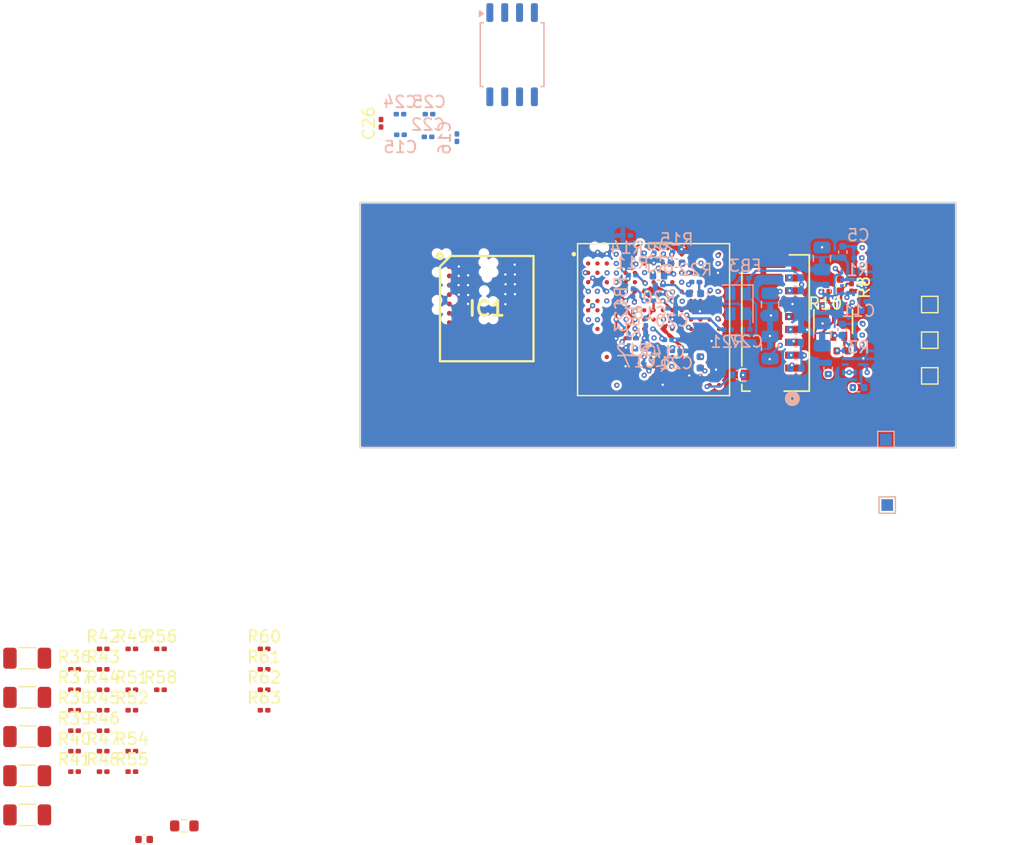
<source format=kicad_pcb>
(kicad_pcb (version 20240108) (generator "pcbnew") (generator_version "8.0")
  (layers (0 "F.Cu" signal) (1 "In1.Cu" signal) (2 "In2.Cu" signal) (3 "In3.Cu" signal) (4 "In4.Cu" signal) (31 "B.Cu" signal) (34 "B.Paste" user) (35 "F.Paste" user) (36 "B.SilkS" user "B.Silkscreen") (37 "F.SilkS" user "F.Silkscreen") (38 "B.Mask" user) (39 "F.Mask" user) (44 "Edge.Cuts" user))
  (net 0 "")
  (net 1 "GND")
  (net 2 "+3V3")
  (net 3 "SPI-D1")
  (net 4 "SPI-CLK")
  (net 5 "SPI-D2")
  (net 6 "SPI-D0")
  (net 7 "SPI-D3")
  (net 8 "SPI-CS")
  (net 9 "33.33Mhz")
  (net 10 "Net-(X1-Vcc)")
  (net 11 "+1V0")
  (net 12 "+1V8")
  (net 13 "GNDA")
  (net 14 "VCCQ")
  (net 15 "Net-(D1-K)")
  (net 16 "Net-(D2-K)")
  (net 17 "MIO7")
  (net 18 "Net-(U1-FB)")
  (net 19 "Net-(U2-FB)")
  (net 20 "Net-(TP2-Pin_1)")
  (net 21 "Net-(TP1-Pin_1)")
  (net 22 "~{RST}")
  (net 23 "Net-(U4-SENSE)")
  (net 24 "POR_B")
  (net 25 "Net-(U3A-INIT_B_0)")
  (net 26 "Net-(U3A-PROGRAM_B_0)")
  (net 27 "Net-(U3A-DONE_0)")
  (net 28 "Net-(U3D-PS_MIO8_500)")
  (net 29 "Net-(U3D-PS_CLK_500)")
  (net 43 "Net-(C1-Pad1)")
  (net 45 "DDR3_A0")
  (net 46 "Net-(R23-Pad2)")
  (net 51 "DDR3_A1")
  (net 54 "DDR3_A2")
  (net 56 "DDR3_A3")
  (net 59 "DDR3_A4")
  (net 60 "DDR3_A5")
  (net 61 "DDR3_A6")
  (net 62 "DDR3_A7")
  (net 65 "DDR3_A8")
  (net 66 "DDR3_A9")
  (net 67 "DDR3_A10")
  (net 70 "DDR3_A11")
  (net 71 "DDR3_A12")
  (net 72 "DDR3_A13")
  (net 73 "DDR3_A14")
  (net 76 "MIO32")
  (net 77 "DDR3_BA0")
  (net 79 "DDR3_BA1")
  (net 80 "DDR3_BA2")
  (net 81 "MIO33")
  (net 84 "DDR3_ODT")
  (net 85 "Net-(U3E-PS_DDR_VRN_502)")
  (net 86 "Net-(R60-Pad1)")
  (net 88 "Net-(U3E-PS_DDR_VRP_502)")
  (net 91 "Net-(R62-Pad1)")
  (net 103 "DDR3_DQ11")
  (net 104 "DDR3_DQ8")
  (net 112 "DDR3_DQS1_P")
  (net 114 "DDR3_DQ0")
  (net 126 "MIO29")
  (net 128 "DDR3_DQ4")
  (net 135 "MIO30")
  (net 136 "MIO31")
  (net 137 "MIO28")
  (net 141 "DDR3_DQS0_P")
  (net 143 "DDR3_DQS0_N")
  (net 144 "DDR3_DQ2")
  (net 145 "DDR3_DQ1")
  (net 146 "DDR3_DQ5")
  (net 147 "DDR3_DQ10")
  (net 148 "DDR3_CKE")
  (net 149 "DDR3_DQ15")
  (net 150 "DDR3_DQ14")
  (net 152 "DDR3_DQ7")
  (net 153 "DDR3_DQS1_N")
  (net 155 "DDR3_DQ3")
  (net 156 "DDR3_DQ12")
  (net 157 "DDR3_DQ9")
  (net 159 "DDR3_DQ6")
  (net 161 "DDR3_DQ13")
  (net 164 "DDR3_LDM")
  (net 165 "DDR3__UDM")
  (net 166 "~{DDR3__DRST}")
  (net 167 "~{DDR3_CS}")
  (net 168 "~{DDR3_WE}")
  (net 169 "~{DDR3_CAS}")
  (net 170 "~{DDR3_RAS}")
  (net 171 "DDR3_CK_N")
  (net 172 "DDR3_CK_P")
  (net 174 "Net-(C38-Pad1)")
  (footprint "Capacitor_SMD:C_0201_0603Metric" (layer "F.Cu") (at 129.980002 45.9873 180)
    (property "Reference" "R10")
    (property "Value" "20k")
  )
  (footprint "Resistor_SMD:R_0201_0603Metric" (layer "F.Cu") (at 68.215 80.07)
    (property "Reference" "R44")
    (property "Value" "40.2 1%")
  )
  (footprint "Resistor_SMD:R_0201_0603Metric" (layer "F.Cu") (at 70.665 85.32)
    (property "Reference" "R54")
    (property "Value" "40.2 1%")
  )
  (footprint "Capacitor_SMD:C_0402_1005Metric" (layer "F.Cu") (at 131.250002 45.4573 90)
    (property "Reference" "R9" (hide yes))
    (property "Value" "10k" (hide yes))
  )
  (footprint "Resistor_SMD:R_0201_0603Metric" (layer "F.Cu") (at 65.765 85.32)
    (property "Reference" "R40")
    (property "Value" "40.2 1%")
  )
  (footprint "TestPoint:TestPoint_Pad_1.0x1.0mm" (layer "F.Cu") (at 138.91 50.17)
    (property "Reference" "TP4" (hide yes))
    (property "Value" "TP" (hide yes))
  )
  (footprint "Capacitor_SMD:C_1206_3216Metric" (layer "F.Cu") (at 61.715 87.42)
    (property "Reference" "C40" (hide yes))
    (property "Value" ".47uF" (hide yes))
  )
  (footprint "Resistor_SMD:R_0201_0603Metric" (layer "F.Cu") (at 65.765 81.82)
    (property "Reference" "R38")
    (property "Value" "40.2 1%")
  )
  (footprint "Resistor_SMD:R_0201_0603Metric" (layer "F.Cu") (at 65.765 80.07)
    (property "Reference" "R37")
    (property "Value" "40.2 1%")
  )
  (footprint "Resistor_SMD:R_0201_0603Metric" (layer "F.Cu") (at 70.665 87.07)
    (property "Reference" "R55")
    (property "Value" "40.2 1%")
  )
  (footprint "Resistor_SMD:R_0201_0603Metric" (layer "F.Cu") (at 73.115 76.57)
    (property "Reference" "R56")
    (property "Value" "40.2 1%")
  )
  (footprint "Sync_VT extras:225-LFBGA" (layer "F.Cu") (at 115.29 48.41)
    (property "Reference" "U3" (hide yes))
    (property "Value" "XC7Z010-1CLG225I" (hide yes))
  )
  (footprint "Resistor_SMD:R_0201_0603Metric" (layer "F.Cu") (at 68.215 76.57)
    (property "Reference" "R42")
    (property "Value" "40.2 1%")
  )
  (footprint "Capacitor_SMD:C_0402_1005Metric" (layer "F.Cu") (at 131.430002 51.0873 180)
    (property "Reference" "R7" (hide yes))
    (property "Value" "10k" (hide yes))
  )
  (footprint "Resistor_SMD:R_0201_0603Metric" (layer "F.Cu") (at 73.115 80.07)
    (property "Reference" "R58")
    (property "Value" "40.2 1%")
  )
  (footprint "Resistor_SMD:R_0201_0603Metric" (layer "F.Cu") (at 68.215 85.32)
    (property "Reference" "R47")
    (property "Value" "40.2 1%")
  )
  (footprint "Resistor_SMD:R_0603_1608Metric" (layer "F.Cu") (at 75.155 91.71)
    (property "Reference" "R34" (hide yes))
    (property "Value" "80.6 1%" (hide yes))
  )
  (footprint "Resistor_SMD:R_0201_0603Metric" (layer "F.Cu") (at 81.975 80.07)
    (property "Reference" "R62")
    (property "Value" "40.2 1%")
  )
  (footprint "Capacitor_SMD:C_1206_3216Metric" (layer "F.Cu") (at 61.715 80.72)
    (property "Reference" "C37" (hide yes))
    (property "Value" ".47uF" (hide yes))
  )
  (footprint "TestPoint:TestPoint_Pad_1.0x1.0mm" (layer "F.Cu") (at 138.91 53.22)
    (property "Reference" "TP5" (hide yes))
    (property "Value" "TP" (hide yes))
  )
  (footprint "Resistor_SMD:R_0201_0603Metric" (layer "F.Cu") (at 81.975 76.57)
    (property "Reference" "R60")
    (property "Value" "40.2 1%")
  )
  (footprint "Capacitor_SMD:C_0201_0603Metric" (layer "F.Cu") (at 91.98 31.62 90)
    (property "Reference" "C26")
    (property "Value" "470nF")
  )
  (footprint "Resistor_SMD:R_0201_0603Metric" (layer "F.Cu") (at 81.975 78.32)
    (property "Reference" "R61")
    (property "Value" "40.2 1%")
  )
  (footprint "Sync_VT extras:CONN12_47309-2651_MOL" (layer "F.Cu") (at 125.72 48.7 -90)
    (property "Reference" "U6" (hide yes))
    (property "Value" "0473092651" (hide yes))
  )
  (footprint "Capacitor_SMD:C_1206_3216Metric" (layer "F.Cu") (at 61.715 84.07)
    (property "Reference" "C39" (hide yes))
    (property "Value" ".47uF" (hide yes))
  )
  (footprint "Resistor_SMD:R_0201_0603Metric" (layer "F.Cu") (at 65.765 78.32)
    (property "Reference" "R36")
    (property "Value" "40.2 1%")
  )
  (footprint "Capacitor_SMD:C_1206_3216Metric" (layer "F.Cu") (at 61.715 90.77)
    (property "Reference" "C41" (hide yes))
    (property "Value" ".47uF" (hide yes))
  )
  (footprint "Resistor_SMD:R_0201_0603Metric" (layer "F.Cu") (at 70.665 80.07)
    (property "Reference" "R51")
    (property "Value" "40.2 1%")
  )
  (footprint "Resistor_SMD:R_0201_0603Metric" (layer "F.Cu") (at 70.665 81.82)
    (property "Reference" "R52")
    (property "Value" "40.2 1%")
  )
  (footprint "Resistor_SMD:R_0201_0603Metric" (layer "F.Cu") (at 81.975 81.82)
    (property "Reference" "R63")
    (property "Value" "40.2 1%")
  )
  (footprint "Resistor_SMD:R_0201_0603Metric" (layer "F.Cu") (at 65.765 83.57)
    (property "Reference" "R39")
    (property "Value" "40.2 1%")
  )
  (footprint "Capacitor_SMD:C_0201_0603Metric" (layer "F.Cu") (at 132.220002 45.6623 -90)
    (property "Reference" "R8")
    (property "Value" "20k")
  )
  (footprint "Capacitor_SMD:C_0402_1005Metric" (layer "F.Cu") (at 71.715 92.87)
    (property "Reference" "C38" (hide yes))
    (property "Value" "10uF" (hide yes))
  )
  (footprint "TestPoint:TestPoint_Pad_1.0x1.0mm" (layer "F.Cu") (at 138.91 47.12)
    (property "Reference" "TP3" (hide yes))
    (property "Value" "TP" (hide yes))
  )
  (footprint "Resistor_SMD:R_0201_0603Metric" (layer "F.Cu") (at 68.215 81.82)
    (property "Reference" "R45")
    (property "Value" "40.2 1%")
  )
  (footprint "Resistor_SMD:R_0201_0603Metric" (layer "F.Cu") (at 68.215 87.07)
    (property "Reference" "R48")
    (property "Value" "40.2 1%")
  )
  (footprint "Capacitor_SMD:C_1206_3216Metric" (layer "F.Cu") (at 61.715 77.37)
    (property "Reference" "C36" (hide yes))
    (property "Value" "100uF" (hide yes))
  )
  (footprint "Resistor_SMD:R_0201_0603Metric" (layer "F.Cu") (at 65.765 87.07)
    (property "Reference" "R41")
    (property "Value" "40.2 1%")
  )
  (footprint "Sync_VT extras:BGA60C80P9X10_800X900X100" (layer "F.Cu") (at 101.02 47.47)
    (property "Reference" "IC1")
    (property "Value" "MT46H128M16LFDD-48_IT_C_TR" (hide yes))
  )
  (footprint "Sync_VT extras:DBV6-L" (layer "F.Cu") (at 130.650001 48.57365 90)
    (property "Reference" "U4" (hide yes))
    (property "Value" "TPS3106K33DBVR" (hide yes))
  )
  (footprint "Resistor_SMD:R_0201_0603Metric" (layer "F.Cu") (at 68.215 83.57)
    (property "Reference" "R46")
    (property "Value" "40.2 1%")
  )
  (footprint "Resistor_SMD:R_0201_0603Metric" (layer "F.Cu") (at 68.215 78.32)
    (property "Reference" "R43")
    (property "Value" "40.2 1%")
  )
  (footprint "Resistor_SMD:R_0201_0603Metric" (layer "F.Cu") (at 70.665 76.57)
    (property "Reference" "R49")
    (property "Value" "40.2 1%")
  )
  (footprint "Capacitor_SMD:C_0201_0603Metric" (layer "B.Cu") (at 132.815002 48.71 180)
    (property "Reference" "C11")
    (property "Value" "10pF")
  )
  (footprint "Capacitor_SMD:C_0402_1005Metric" (layer "B.Cu") (at 127.410002 50.36 180)
    (property "Reference" "R26" (hide yes))
    (property "Value" "10k" (hide yes))
  )
  (footprint "Capacitor_SMD:C_0201_0603Metric" (layer "B.Cu") (at 113.45 44.6 180)
    (property "Reference" "R11")
    (property "Value" "4k7")
  )
  (footprint "Capacitor_SMD:C_0805_2012Metric" (layer "B.Cu") (at 129.690002 43.179998 -90)
    (property "Reference" "C9" (hide yes))
    (property "Value" "47uF" (hide yes))
  )
  (footprint "Capacitor_SMD:C_0402_1005Metric" (layer "B.Cu") (at 132.810001 54.225001 180)
    (property "Reference" "R6" (hide yes))
    (property "Value" "10k" (hide yes))
  )
  (footprint "Capacitor_SMD:C_0201_0603Metric" (layer "B.Cu") (at 113.53 46.11 -90)
    (property "Reference" "FB1")
    (property "Value" "MPZ0603S121HT000")
  )
  (footprint "Capacitor_SMD:C_0201_0603Metric" (layer "B.Cu") (at 113.5 49.98)
    (property "Reference" "R12")
    (property "Value" "4k7")
  )
  (footprint "Capacitor_SMD:C_0201_0603Metric" (layer "B.Cu") (at 112.98 41.22)
    (property "Reference" "R14")
    (property "Value" "20k")
  )
  (footprint "Capacitor_SMD:C_0402_1005Metric" (layer "B.Cu") (at 115.71 44.68 180)
    (property "Reference" "R18" (hide yes))
    (property "Value" "10k" (hide yes))
  )
  (footprint "Capacitor_SMD:C_0402_1005Metric" (layer "B.Cu") (at 122.460002 53.14)
    (property "Reference" "R23" (hide yes))
    (property "Value" "10k" (hide yes))
  )
  (footprint "Capacitor_SMD:C_0201_0603Metric" (layer "B.Cu") (at 96.08 30.84 180)
    (property "Reference" "C25")
    (property "Value" "470nF")
  )
  (footprint "Capacitor_SMD:C_0201_0603Metric" (layer "B.Cu") (at 114.67 52.38 135)
    (property "Reference" "R13")
    (property "Value" "470")
  )
  (footprint "Capacitor_SMD:C_0402_1005Metric" (layer "B.Cu") (at 117.24 43.58 180)
    (property "Reference" "R19" (hide yes))
    (property "Value" "10k" (hide yes))
  )
  (footprint "Capacitor_SMD:C_0402_1005Metric" (layer "B.Cu") (at 127.420002 49.28)
    (property "Reference" "C1" (hide yes))
    (property "Value" "22uF" (hide yes))
  )
  (footprint "Package_SO:SOIC-8_5.23x5.23mm_P1.27mm" (layer "B.Cu") (at 103.19 25.75 -90)
    (property "Reference" "U5" (hide yes))
    (property "Value" "W25Q128JVS" (hide yes))
  )
  (footprint "Capacitor_SMD:C_0201_0603Metric" (layer "B.Cu") (at 132.800002 42.24 180)
    (property "Reference" "C5")
    (property "Value" "10pF")
  )
  (footprint "LED_SMD:LED_0402_1005Metric" (layer "B.Cu") (at 118.83 46.18 180)
    (property "Reference" "D2" (hide yes))
    (property "Value" "SML-P11UTT86" (hide yes))
  )
  (footprint "Capacitor_SMD:C_0201_0603Metric" (layer "B.Cu") (at 114.37 43.05 90)
    (property "Reference" "R17")
    (property "Value" "20k")
  )
  (footprint "Capacitor_SMD:C_0402_1005Metric" (layer "B.Cu") (at 127.410002 45.93 180)
    (property "Reference" "R27" (hide yes))
    (property "Value" "10k" (hide yes))
  )
  (footprint "Capacitor_SMD:C_0402_1005Metric" (layer "B.Cu") (at 127.460002 51.47 180)
    (property "Reference" "R25" (hide yes))
    (property "Value" "10k" (hide yes))
  )
  (footprint "Capacitor_SMD:C_0805_2012Metric" (layer "B.Cu") (at 125.250002 47.11 -90)
    (property "Reference" "C19" (hide yes))
    (property "Value" "47uF" (hide yes))
  )
  (footprint "Capacitor_SMD:C_0201_0603Metric" (layer "B.Cu") (at 132.770002 43.12)
    (property "Reference" "R1")
    (property "Value" "20k")
  )
  (footprint "Capacitor_SMD:C_0805_2012Metric" (layer "B.Cu") (at 129.72 49.69 -90)
    (property "Reference" "C12" (hide yes))
    (property "Value" "47uF" (hide yes))
  )
  (footprint "Capacitor_SMD:C_0201_0603Metric" (layer "B.Cu") (at 98.47 32.85 -90)
    (property "Reference" "C16")
    (property "Value" "4.7uF")
  )
  (footprint "Sync_VT extras:ECLGA-14_MPM3834C_MNP" (layer "B.Cu") (at 132.530001 52)
    (property "Reference" "U2" (hide yes))
    (property "Value" "MPM3834CGPA-Z" (hide yes))
  )
  (footprint "Oscillator:Oscillator_SMD_SeikoEpson_SG210-4Pin_2.5x2.0mm" (layer "B.Cu") (at 122.490002 47.05 -90)
    (property "Reference" "X1" (hide yes))
    (property "Value" "SIT8008BI-73-XXS-33.333333" (hide yes))
  )
  (footprint "Capacitor_SMD:C_0402_1005Metric" (layer "B.Cu") (at 127.460002 52.57 180)
    (property "Reference" "R24" (hide yes))
    (property "Value" "10k" (hide yes))
  )
  (footprint "Capacitor_SMD:C_0201_0603Metric" (layer "B.Cu") (at 114.07 50.94)
    (property "Reference" "C17")
    (property "Value" "470nF")
  )
  (footprint "Capacitor_SMD:C_0201_0603Metric" (layer "B.Cu") (at 117.25 42.6 180)
    (property "Reference" "R15")
    (property "Value" "20k")
  )
  (footprint "TestPoint:TestPoint_Pad_1.0x1.0mm" (layer "B.Cu") (at 135.160002 58.669998 90)
    (property "Reference" "TP2" (hide yes))
    (property "Value" "TP" (hide yes))
  )
  (footprint "Capacitor_SMD:C_0805_2012Metric" (layer "B.Cu") (at 125.250002 50.79 90)
    (property "Reference" "C13" (hide yes))
    (property "Value" "47uF" (hide yes))
  )
  (footprint "Capacitor_SMD:C_0201_0603Metric" (layer "B.Cu") (at 118.87 45.2 180)
    (property "Reference" "R22")
    (property "Value" "470")
  )
  (footprint "Capacitor_SMD:C_0201_0603Metric" (layer "B.Cu") (at 115.75 45.45)
    (property "Reference" "R20")
    (property "Value" "20k")
  )
  (footprint "Capacitor_SMD:C_0201_0603Metric" (layer "B.Cu") (at 114.97 46.8)
    (property "Reference" "C18")
    (property "Value" "470nF")
  )
  (footprint "Capacitor_SMD:C_0201_0603Metric" (layer "B.Cu") (at 93.6 30.84 180)
    (property "Reference" "C24")
    (property "Value" "4.7uF")
  )
  (footprint "Capacitor_SMD:C_0402_1005Metric" (layer "B.Cu") (at 130.220002 52.59 90)
    (property "Reference" "C8" (hide yes))
    (property "Value" "22uF" (hide yes))
  )
  (footprint "Capacitor_SMD:C_0201_0603Metric" (layer "B.Cu") (at 114.62 48.61 -90)
    (property "Reference" "FB2")
    (property "Value" "MPZ0603S121HT000")
  )
  (footprint "Capacitor_SMD:C_0201_0603Metric" (layer "B.Cu") (at 96 32.78 180)
    (property "Reference" "C22")
    (property "Value" "470nF")
  )
  (footprint "TestPoint:TestPoint_Pad_1.0x1.0mm" (layer "B.Cu") (at 135.27 64.27 90)
    (property "Reference" "TP1" (hide yes))
    (property "Value" "TP" (hide yes))
  )
  (footprint "Capacitor_SMD:C_0402_1005Metric" (layer "B.Cu") (at 132.560002 47.59 180)
    (property "Reference" "R4" (hide yes))
    (property "Value" "10k" (hide yes))
  )
  (footprint "Capacitor_SMD:C_0402_1005Metric" (layer "B.Cu") (at 127.400002 44.84 180)
    (property "Reference" "R28" (hide yes))
    (property "Value" "10k" (hide yes))
  )
  (footprint "Capacitor_SMD:C_0402_1005Metric" (layer "B.Cu") (at 131.470002 42.63 90)
    (property "Reference" "R2" (hide yes))
    (property "Value" "30k" (hide yes))
  )
  (footprint "Capacitor_SMD:C_0201_0603Metric" (layer "B.Cu") (at 93.64 32.6)
    (property "Reference" "C15")
    (property "Value" "470nF")
  )
  (footprint "Capacitor_SMD:C_0201_0603Metric" (layer "B.Cu") (at 123.115002 44.85 180)
    (property "Reference" "FB3")
    (property "Value" "MPZ0603S121HT000")
  )
  (footprint "Capacitor_SMD:C_0201_0603Metric" (layer "B.Cu") (at 132.815001 49.735001)
    (property "Reference" "R3")
    (property "Value" "20k")
  )
  (footprint "Capacitor_SMD:C_0201_0603Metric" (layer "B.Cu") (at 116.85 47.44)
    (property "Reference" "C20")
    (property "Value" "4.7uF")
  )
  (footprint "Capacitor_SMD:C_0201_0603Metric" (layer "B.Cu") (at 121.6 49.26)
    (property "Reference" "R21")
    (property "Value" "33")
  )
  (footprint "LED_SMD:LED_0402_1005Metric" (layer "B.Cu") (at 119.28 52.065 90)
    (property "Reference" "D1" (hide yes))
    (property "Value" "SML-P11UTT86" (hide yes))
  )
  (footprint "Capacitor_SMD:C_0201_0603Metric" (layer "B.Cu") (at 116.54 50.14)
    (property "Reference" "C14")
    (property "Value" "4.7uF")
  )
  (footprint "Capacitor_SMD:C_0201_0603Metric" (layer "B.Cu") (at 113.56 48.06 -90)
    (property "Reference" "C23")
    (property "Value" "470nF")
  )
  (footprint "Capacitor_SMD:C_0201_0603Metric" (layer "B.Cu") (at 123.210002 49.24)
    (property "Reference" "C27")
    (property "Value" "470nF")
  )
  (footprint "Capacitor_SMD:C_0201_0603Metric" (layer "B.Cu") (at 115.35 43.04 90)
    (property "Reference" "R16")
    (property "Value" "20k")
  )
  (footprint "Capacitor_SMD:C_0402_1005Metric" (layer "B.Cu") (at 130.040002 45.92 90)
    (property "Reference" "C10" (hide yes))
    (property "Value" "22uF" (hide yes))
  )
  (footprint "Capacitor_SMD:C_0201_0603Metric" (layer "B.Cu") (at 117.22 51.08)
    (property "Reference" "C21")
    (property "Value" "4.7uF")
  )
  (footprint "Sync_VT extras:ECLGA-14_MPM3834C_MNP" (layer "B.Cu") (at 132.390003 45.254999)
    (property "Reference" "U1" (hide yes))
    (property "Value" "MPM3834CGPA-Z" (hide yes))
  )
  (footprint "Capacitor_SMD:C_0402_1005Metric" (layer "B.Cu") (at 131.420002 49.26 90)
    (property "Reference" "R5" (hide yes))
    (property "Value" "10k" (hide yes))
  )
  (gr_rect (start 90.17 38.38) (end 141.17 59.38) (stroke (width 0.1)) (fill none) (layer "Edge.Cuts"))
  (segment (start 110.49 45.21) (end 110.49 45.16) (width 0.2) (layer "F.Cu") (net 1))
  (segment (start 119.29 47.66) (end 119.248461 47.701539) (width 0.2) (layer "F.Cu") (net 1))
  (segment (start 112.89 44.41) (end 112.89 44.266763) (width 0.2) (layer "F.Cu") (net 1))
  (segment (start 117.69 42.81) (end 117.69 42.403036) (width 0.2) (layer "F.Cu") (net 1))
  (segment (start 114.49 46.01) (end 114.72 46.01) (width 0.2) (layer "F.Cu") (net 1))
  (segment (start 112.89 44.266763) (end 112.749443 44.126206) (width 0.2) (layer "F.Cu") (net 1))
  (segment (start 120.89 52.41) (end 120.624134 52.675866) (width 0.2) (layer "F.Cu") (net 1))
  (segment (start 120.624134 52.675866) (end 120.624134 52.688902) (width 0.2) (layer "F.Cu") (net 1))
  (segment (start 110.49 53.21) (end 110.48077 53.21923) (width 0.2) (layer "F.Cu") (net 1))
  (segment (start 112.89 47.61) (end 113.69 48.41) (width 0.2) (layer "F.Cu") (net 1))
  (segment (start 118.49 45.21) (end 118.29 45.41) (width 0.2) (layer "F.Cu") (net 1))
  (segment (start 118.29 45.41) (end 118.29 45.413714) (width 0.2) (layer "F.Cu") (net 1))
  (segment (start 117.69 42.403036) (end 117.679928 42.392964) (width 0.2) (layer "F.Cu") (net 1))
  (segment (start 120.07 49.99) (end 120.246769 50.166769) (width 0.2) (layer "F.Cu") (net 1))
  (segment (start 110.48077 53.21923) (end 110.48077 53.26) (width 0.2) (layer "F.Cu") (net 1))
  (segment (start 111.230608 47.61) (end 111.28 47.61) (width 0.2) (layer "F.Cu") (net 1))
  (segment (start 118.47 53.19) (end 118.34 53.19) (width 0.2) (layer "F.Cu") (net 1))
  (segment (start 120.246769 50.166769) (end 120.246769 50.243304) (width 0.2) (layer "F.Cu") (net 1))
  (via (at 120.8 44.41) (size 0.45) (drill 0.2) (layers "F.Cu" "B.Cu") (net 1))
  (via (at 115.3 43.54) (size 0.45) (drill 0.2) (layers "F.Cu" "B.Cu") (net 1))
  (via (at 117.679928 42.392964) (size 0.45) (drill 0.2) (layers "F.Cu" "B.Cu") (net 1))
  (via (at 112.89 52.4) (size 0.45) (drill 0.2) (layers "F.Cu" "B.Cu") (net 1))
  (via (at 114.72 46.01) (size 0.45) (drill 0.2) (layers "F.Cu" "B.Cu") (net 1))
  (via (at 116.9 46.82) (size 0.45) (drill 0.2) (layers "F.Cu" "B.Cu") (net 1))
  (via (at 112.749443 44.126206) (size 0.45) (drill 0.2) (layers "F.Cu" "B.Cu") (net 1))
  (via (at 112.06 50.03) (size 0.45) (drill 0.2) (layers "F.Cu" "B.Cu") (net 1))
  (via (at 120.624134 52.688902) (size 0.45) (drill 0.2) (layers "F.Cu" "B.Cu") (net 1))
  (via (at 128.42 49.27) (size 0.45) (drill 0.2) (layers "F.Cu" "B.Cu") (net 1))
  (via (at 125.33 48.06) (size 0.45) (drill 0.2) (layers "F.Cu" "B.Cu") (net 1))
  (via (at 133.43 44.31) (size 0.45) (drill 0.2) (layers "F.Cu" "B.Cu") (net 1))
  (via (at 130.8 49.77) (size 0.45) (drill 0.2) (layers "F.Cu" "B.Cu") (net 1))
  (via (at 112.92 50.81) (size 0.45) (drill 0.2) (layers "F.Cu" "B.Cu") (net 1))
  (via (at 112.88 46) (size 0.45) (drill 0.2) (layers "F.Cu" "B.Cu") (net 1))
  (via (at 133.230002 51.724998) (size 0.45) (drill 0.2) (layers "F.Cu" "B.Cu") (net 1))
  (via (at 114.499999 50.002191) (size 0.45) (drill 0.2) (layers "F.Cu" "B.Cu") (net 1))
  (via (at 117.1 50.171781) (size 0.45) (drill 0.2) (layers "F.Cu" "B.Cu") (net 1))
  (via (at 127.17 47.08) (size 0.45) (drill 0.2) (layers "F.Cu" "B.Cu") (net 1))
  (via (at 117.66 50.8) (size 0.45) (drill 0.2) (layers "F.Cu" "B.Cu") (net 1))
  (via (at 116.08 46.04) (size 0.45) (drill 0.2) (layers "F.Cu" "B.Cu") (net 1))
  (via (at 113.69 48.41) (size 0.45) (drill 0.2) (layers "F.Cu" "B.Cu") (net 1))
  (via (at 119.248461 47.701539) (size 0.45) (drill 0.2) (layers "F.Cu" "B.Cu") (net 1))
  (via (at 118.29 45.413714) (size 0.45) (drill 0.2) (layers "F.Cu" "B.Cu") (net 1))
  (via (at 125.24 49.81) (size 0.45) (drill 0.2) (layers "F.Cu" "B.Cu") (net 1))
  (via (at 132.749189 44.954688) (size 0.45) (drill 0.2) (layers "F.Cu" "B.Cu") (net 1))
  (via (at 118.34 53.19) (size 0.45) (drill 0.2) (layers "F.Cu" "B.Cu") (net 1))
  (via (at 116.89 48.38) (size 0.45) (drill 0.2) (layers "F.Cu" "B.Cu") (net 1))
  (via (at 116.07 53.98) (size 0.45) (drill 0.2) (layers "F.Cu" "B.Cu") (net 1))
  (via (at 120.246769 50.243304) (size 0.45) (drill 0.2) (layers "F.Cu" "B.Cu") (net 1))
  (via (at 115.28 51.6) (size 0.45) (drill 0.2) (layers "F.Cu" "B.Cu") (net 1))
  (segment (start 132.335001 45.004999) (end 132.698878 45.004999) (width 0.2) (layer "B.Cu") (net 1))
  (segment (start 133.530002 51.075001) (end 133.530002 51.424998) (width 0.2) (layer "B.Cu") (net 1))
  (segment (start 131.890004 44.804997) (end 131.690002 45.004999) (width 0.2) (layer "B.Cu") (net 1))
  (segment (start 128.41 49.28) (end 127.900002 49.28) (width 0.2) (layer "B.Cu") (net 1))
  (segment (start 133.530002 51.424998) (end 133.230002 51.724998) (width 0.2) (layer "B.Cu") (net 1))
  (segment (start 123.530002 48.29) (end 123.530002 49.24) (width 0.2) (layer "B.Cu") (net 1))
  (segment (start 114.499999 50.002191) (end 114.499999 49.109999) (width 0.2) (layer "B.Cu") (net 1))
  (segment (start 131.83 51.75) (end 133.230002 51.75) (width 0.2) (layer "B.Cu") (net 1))
  (segment (start 133.41 44.33) (end 133.43 44.31) (width 0.2) (layer "B.Cu") (net 1))
  (segment (start 132.335001 45.004999) (end 133.090004 45.004999) (width 0.2) (layer "B.Cu") (net 1))
  (segment (start 132.030002 50.630001) (end 131.980001 50.58) (width 0.2) (layer "B.Cu") (net 1))
  (segment (start 131.890004 43.530002) (end 131.470002 43.11) (width 0.2) (layer "B.Cu") (net 1))
  (segment (start 114.38 50.82) (end 114.38 50.31) (width 0.2) (layer "B.Cu") (net 1))
  (segment (start 123.140002 47.9) (end 123.530002 48.29) (width 0.2) (layer "B.Cu") (net 1))
  (segment (start 122.590002 47.05) (end 119.9 47.05) (width 0.2) (layer "B.Cu") (net 1))
  (segment (start 132.325003 45.004999) (end 132.330002 45) (width 0.2) (layer "B.Cu") (net 1))
  (segment (start 119.9 47.05) (end 119.248461 47.701539) (width 0.2) (layer "B.Cu") (net 1))
  (segment (start 131.890004 44.33) (end 131.890004 43.530002) (width 0.2) (layer "B.Cu") (net 1))
  (segment (start 125.250002 49.820002) (end 125.24 49.81) (width 0.2) (layer "B.Cu") (net 1))
  (segment (start 131.980001 50.58) (end 131.170001 49.77) (width 0.2) (layer "B.Cu") (net 1))
  (segment (start 132.330002 45) (end 132.335001 45.004999) (width 0.2) (layer "B.Cu") (net 1))
  (segment (start 115.3 43.54) (end 114.51 43.54) (width 0.2) (layer "B.Cu") (net 1))
  (segment (start 131.690002 45.004999) (end 132.325003 45.004999) (width 0.2) (layer "B.Cu") (net 1))
  (segment (start 131.890004 44.33) (end 131.890004 44.804997) (width 0.2) (layer "B.Cu") (net 1))
  (segment (start 125.783148 48.06) (end 125.33 48.06) (width 0.2) (layer "B.Cu") (net 1))
  (segment (start 114.38 50.31) (end 114.7 49.99) (width 0.2) (layer "B.Cu") (net 1))
  (segment (start 123.140002 47.6) (end 122.590002 47.05) (width 0.2) (layer "B.Cu") (net 1))
  (segment (start 132.030002 51.075001) (end 132.030002 50.630001) (width 0.2) (layer "B.Cu") (net 1))
  (segment (start 131.170001 49.77) (end 130.8 49.77) (width 0.2) (layer "B.Cu") (net 1))
  (segment (start 132.698878 45.004999) (end 132.749189 44.954688) (width 0.2) (layer "B.Cu") (net 1))
  (segment (start 128.42 49.27) (end 128.41 49.28) (width 0.2) (layer "B.Cu") (net 1))
  (segment (start 125.250002 49.84) (end 125.250002 49.820002) (width 0.2) (layer "B.Cu") (net 1))
  (segment (start 113.69 42.332709) (end 114.14 41.882709) (width 0.2) (layer "F.Cu") (net 2))
  (segment (start 113.69 42.81) (end 113.69 42.332709) (width 0.2) (layer "F.Cu") (net 2))
  (segment (start 113.69 46.875961) (end 113.645961 46.92) (width 0.2) (layer "F.Cu") (net 2))
  (segment (start 112.09 49.21) (end 112.09 48.41) (width 0.2) (layer "F.Cu") (net 2))
  (segment (start 120.89 48.41) (end 120.80633 48.32633) (width 0.2) (layer "F.Cu") (net 2))
  (segment (start 116.904289 44.41) (end 117.00843 44.514141) (width 0.2) (layer "F.Cu") (net 2))
  (segment (start 120.80633 48.32633) (end 120.783634 48.32633) (width 0.2) (layer "F.Cu") (net 2))
  (segment (start 118.413113 49.21) (end 118.274894 49.071781) (width 0.2) (layer "F.Cu") (net 2))
  (segment (start 119.31 51.59) (end 119.39 51.59) (width 0.2) (layer "F.Cu") (net 2))
  (segment (start 112.09 47.61) (end 112.09 48.41) (width 0.2) (layer "F.Cu") (net 2))
  (segment (start 119.983023 54.01) (end 120.09 54.01) (width 0.2) (layer "F.Cu") (net 2))
  (segment (start 119.863307 54.129716) (end 119.983023 54.01) (width 0.2) (layer "F.Cu") (net 2))
  (via (at 114.49 53.17) (size 0.45) (drill 0.2) (layers "F.Cu" "B.Cu") (net 2))
  (via (at 119.863307 54.129716) (size 0.45) (drill 0.2) (layers "F.Cu" "B.Cu") (net 2))
  (via (at 117.74426 43.66078) (size 0.45) (drill 0.2) (layers "F.Cu" "B.Cu") (net 2))
  (via (at 129.74 47.26) (size 0.45) (drill 0.2) (layers "F.Cu" "B.Cu") (net 2))
  (via (at 130.240002 53.05) (size 0.45) (drill 0.2) (layers "F.Cu" "B.Cu") (net 2))
  (via (at 128.176202 51.47) (size 0.45) (drill 0.2) (layers "F.Cu" "B.Cu") (net 2))
  (via (at 131.827073 46.517916) (size 0.45) (drill 0.2) (layers "F.Cu" "B.Cu") (net 2))
  (via (at 117.00843 44.514141) (size 0.45) (drill 0.2) (layers "F.Cu" "B.Cu") (net 2))
  (via (at 112.09 48.41) (size 0.45) (drill 0.2) (layers "F.Cu" "B.Cu") (net 2))
  (via (at 120.138193 45.905) (size 0.45) (drill 0.2) (layers "F.Cu" "B.Cu") (net 2))
  (via (at 131 51.06) (size 0.45) (drill 0.2) (layers "F.Cu" "B.Cu") (net 2))
  (via (at 119.34 43.58) (size 0.45) (drill 0.2) (layers "F.Cu" "B.Cu") (net 2))
  (via (at 132.330001 54.225001) (size 0.45) (drill 0.2) (layers "F.Cu" "B.Cu") (net 2))
  (via (at 113.645961 46.92) (size 0.45) (drill 0.2) (layers "F.Cu" "B.Cu") (net 2))
  (via (at 115.329999 49.97569) (size 0.45) (drill 0.2) (layers "F.Cu" "B.Cu") (net 2))
  (via (at 119.39 51.59) (size 0.45) (drill 0.2) (layers "F.Cu" "B.Cu") (net 2))
  (via (at 129.6074 46.053558) (size 0.45) (drill 0.2) (layers "F.Cu" "B.Cu") (net 2))
  (via (at 114.14 41.882709) (size 0.45) (drill 0.2) (layers "F.Cu" "B.Cu") (net 2))
  (via (at 120.783634 48.32633) (size 0.45) (drill 0.2) (layers "F.Cu" "B.Cu") (net 2))
  (via (at 127.950002 45.42) (size 0.45) (drill 0.2) (layers "F.Cu" "B.Cu") (net 2))
  (via (at 118.274894 49.071781) (size 0.45) (drill 0.2) (layers "F.Cu" "B.Cu") (net 2))
  (via (at 116.84 52.42) (size 0.45) (drill 0.2) (layers "F.Cu" "B.Cu") (net 2))
  (via (at 114.573909 45.303909) (size 0.45) (drill 0.2) (layers "F.Cu" "B.Cu") (net 2))
  (via (at 117.74 46.84) (size 0.45) (drill 0.2) (layers "F.Cu" "B.Cu") (net 2))
  (via (at 132.02 52.924999) (size 0.45) (drill 0.2) (layers "F.Cu" "B.Cu") (net 2))
  (via (at 130.768463 46.51859) (size 0.45) (drill 0.2) (layers "F.Cu" "B.Cu") (net 2))
  (via (at 132.29 46.93) (size 0.45) (drill 0.2) (layers "F.Cu" "B.Cu") (net 2))
  (segment (start 123.86 49.74) (end 124.060002 49.539998) (width 0.2) (layer "B.Cu") (net 2))
  (segment (start 113.23 49.55) (end 113.23 50.02) (width 0.2) (layer "B.Cu") (net 2))
  (segment (start 131.170001 44.579999) (end 130.940002 44.579999) (width 0.2) (layer "B.Cu") (net 2))
  (segment (start 112.09 48.41) (end 113.23 49.55) (width 0.2) (layer "B.Cu") (net 2))
  (segment (start 119.863307 54.129716) (end 120.990286 54.129716) (width 0.2) (layer "B.Cu") (net 2))
  (segment (start 127.940002 51.7062) (end 128.176202 51.47) (width 0.2) (layer "B.Cu") (net 2))
  (segment (start 124.060002 49.539998) (end 124.060002 47.12) (width 0.2) (layer "B.Cu") (net 2))
  (segment (start 124.055002 44.23) (end 127.270002 44.23) (width 0.2) (layer "B.Cu") (net 2))
  (segment (start 131.390002 44.359998) (end 131.170001 44.579999) (width 0.2) (layer "B.Cu") (net 2))
  (segment (start 120.990286 54.129716) (end 121.980002 53.14) (width 0.2) (layer "B.Cu") (net 2))
  (segment (start 130.040002 46.4) (end 130.649873 46.4) (width 0.2) (layer "B.Cu") (net 2))
  (segment (start 122.890002 49.439999) (end 123.190003 49.74) (width 0.2) (layer "B.Cu") (net 2))
  (segment (start 113.858397 44.588397) (end 114.573909 45.303909) (width 0.2) (layer "B.Cu") (net 2))
  (segment (start 130.040002 46.4) (end 130.040002 46.959998) (width 0.2) (layer "B.Cu") (net 2))
  (segment (start 130.768463 44.751538) (end 130.768463 46.51859) (width 0.2) (layer "B.Cu") (net 2))
  (segment (start 127.940002 52.57) (end 127.940002 51.7062) (width 0.2) (layer "B.Cu") (net 2))
  (segment (start 127.880002 44.84) (end 127.880002 45.35) (width 0.2) (layer "B.Cu") (net 2))
  (segment (start 132.530001 52.924999) (end 132.02 52.924999) (width 0.2) (layer "B.Cu") (net 2))
  (segment (start 131.015001 51.075001) (end 131 51.06) (width 0.2) (layer "B.Cu") (net 2))
  (segment (start 122.890002 49.24) (end 122.890002 49.439999) (width 0.2) (layer "B.Cu") (net 2))
  (segment (start 131.53 51.075001) (end 131.015001 51.075001) (width 0.2) (layer "B.Cu") (net 2))
  (segment (start 127.890002 50.36) (end 127.890002 51.1838) (width 0.2) (layer "B.Cu") (net 2))
  (segment (start 116.972571 44.55) (end 117.00843 44.514141) (width 0.2) (layer "B.Cu") (net 2))
  (segment (start 131.390002 46.179998) (end 132.390003 46.179998) (width 0.2) (layer "B.Cu") (net 2))
  (segment (start 132.02 52.924999) (end 131.53 52.924999) (width 0.2) (layer "B.Cu") (net 2))
  (segment (start 127.890002 51.1838) (end 128.176202 51.47) (width 0.2) (layer "B.Cu") (net 2))
  (segment (start 132.080002 47.139998) (end 132.29 46.93) (width 0.2) (layer "B.Cu") (net 2))
  (segment (start 132.080002 47.59) (end 132.080002 47.139998) (width 0.2) (layer "B.Cu") (net 2))
  (segment (start 130.649873 46.4) (end 130.768463 46.51859) (width 0.2) (layer "B.Cu") (net 2))
  (segment (start 127.270002 44.23) (end 127.880002 44.84) (width 0.2) (layer "B.Cu") (net 2))
  (segment (start 130.040002 46.959998) (end 129.74 47.26) (width 0.2) (layer "B.Cu") (net 2))
  (segment (start 131.890004 46.454985) (end 131.827073 46.517916) (width 0.2) (layer "B.Cu") (net 2))
  (segment (start 123.435002 45.905) (end 123.435002 44.85) (width 0.2) (layer "B.Cu") (net 2))
  (segment (start 130.940002 44.579999) (end 130.768463 44.751538) (width 0.2) (layer "B.Cu") (net 2))
  (segment (start 131.107055 46.179998) (end 130.768463 46.51859) (width 0.2) (layer "B.Cu") (net 2))
  (segment (start 123.190003 49.74) (end 123.86 49.74) (width 0.2) (layer "B.Cu") (net 2))
  (segment (start 123.435002 44.85) (end 124.055002 44.23) (width 0.2) (layer "B.Cu") (net 2))
  (segment (start 127.880002 45.35) (end 127.950002 45.42) (width 0.2) (layer "B.Cu") (net 2))
  (segment (start 131.390002 46.179998) (end 131.107055 46.179998) (width 0.2) (layer "B.Cu") (net 2))
  (segment (start 127.890002 45.93) (end 127.890002 45.48) (width 0.2) (layer "B.Cu") (net 2))
  (segment (start 129.953842 46.4) (end 129.6074 46.053558) (width 0.2) (layer "B.Cu") (net 2))
  (segment (start 131.890004 46.179998) (end 131.890004 46.454985) (width 0.2) (layer "B.Cu") (net 2))
  (segment (start 127.890002 45.48) (end 127.950002 45.42) (width 0.2) (layer "B.Cu") (net 2))
  (segment (start 116.3 44.55) (end 116.972571 44.55) (width 0.2) (layer "B.Cu") (net 2))
  (segment (start 123.140002 46.2) (end 123.51826 45.821742) (width 0.2) (layer "B.Cu") (net 2))
  (segment (start 124.060002 47.12) (end 123.140002 46.2) (width 0.2) (layer "B.Cu") (net 2))
  (via (at 114.49 42.720602) (size 0.45) (drill 0.2) (layers "F.Cu" "B.Cu") (net 3))
  (via (at 116.84 42.83) (size 0.45) (drill 0.2) (layers "F.Cu" "B.Cu") (net 4))
  (via (at 115.23 44.39) (size 0.45) (drill 0.2) (layers "F.Cu" "B.Cu") (net 5))
  (via (at 115.28 42.83) (size 0.45) (drill 0.2) (layers "F.Cu" "B.Cu") (net 6))
  (via (at 116.13 42.79) (size 0.45) (drill 0.2) (layers "F.Cu" "B.Cu") (net 7))
  (segment (start 116.76 43.42) (end 116.13 42.79) (width 0.09) (layer "B.Cu") (net 7))
  (segment (start 121.840002 47.9) (end 121.840002 49.180002) (width 0.2) (layer "B.Cu") (net 9))
  (segment (start 121.840002 45.805) (end 122.795002 44.85) (width 0.2) (layer "B.Cu") (net 10))
  (segment (start 131.250002 44.9773) (end 131.250002 44.45872) (width 0.2) (layer "F.Cu") (net 11))
  (segment (start 116.89 47.61) (end 116.09 46.81) (width 0.2) (layer "F.Cu") (net 11))
  (segment (start 131.250002 44.45872) (end 130.831991 44.040709) (width 0.2) (layer "F.Cu") (net 11))
  (segment (start 112.89 50.010615) (end 112.596892 50.303723) (width 0.2) (layer "F.Cu") (net 11))
  (via (at 133.090004 45.530001) (size 0.45) (drill 0.2) (layers "F.Cu" "B.Cu") (net 11))
  (via (at 116.09 46.81) (size 0.45) (drill 0.2) (layers "F.Cu" "B.Cu") (net 11))
  (via (at 133.110002 43.13) (size 0.45) (drill 0.2) (layers "F.Cu" "B.Cu") (net 11))
  (via (at 133.125163 43.730239) (size 0.45) (drill 0.2) (layers "F.Cu" "B.Cu") (net 11))
  (via (at 116.91 50.81) (size 0.45) (drill 0.2) (layers "F.Cu" "B.Cu") (net 11))
  (via (at 113.691459 47.680001) (size 0.45) (drill 0.2) (layers "F.Cu" "B.Cu") (net 11))
  (via (at 130.831991 44.040709) (size 0.45) (drill 0.2) (layers "F.Cu" "B.Cu") (net 11))
  (via (at 116.894256 49.06) (size 0.45) (drill 0.2) (layers "F.Cu" "B.Cu") (net 11))
  (via (at 112.94 48.39) (size 0.45) (drill 0.2) (layers "F.Cu" "B.Cu") (net 11))
  (via (at 133.140002 42.26) (size 0.45) (drill 0.2) (layers "F.Cu" "B.Cu") (net 11))
  (via (at 129.700002 42.229998) (size 0.45) (drill 0.2) (layers "F.Cu" "B.Cu") (net 11))
  (via (at 116.9 46.05) (size 0.45) (drill 0.2) (layers "F.Cu" "B.Cu") (net 11))
  (via (at 112.596892 50.303723) (size 0.45) (drill 0.2) (layers "F.Cu" "B.Cu") (net 11))
  (via (at 126.105 45.993274) (size 0.45) (drill 0.2) (layers "F.Cu" "B.Cu") (net 11))
  (segment (start 133.125163 43.734837) (end 133.125163 43.730239) (width 0.2) (layer "B.Cu") (net 11))
  (segment (start 132.890002 44.33) (end 132.890002 43.969998) (width 0.2) (layer "B.Cu") (net 11))
  (segment (start 133.12 43.74) (end 133.125163 43.734837) (width 0.2) (layer "B.Cu") (net 11))
  (segment (start 132.890002 43.969998) (end 133.12 43.74) (width 0.2) (layer "B.Cu") (net 11))
  (segment (start 125.250002 46.16) (end 125.938274 46.16) (width 0.2) (layer "B.Cu") (net 11))
  (segment (start 125.938274 46.16) (end 126.105 45.993274) (width 0.2) (layer "B.Cu") (net 11))
  (segment (start 133.390004 45.804999) (end 133.390004 46.179998) (width 0.2) (layer "B.Cu") (net 11))
  (segment (start 133.090004 45.504999) (end 133.390004 45.804999) (width 0.2) (layer "B.Cu") (net 11))
  (segment (start 113.448881 46.277) (end 113.423 46.277) (width 0.2) (layer "F.Cu") (net 12))
  (segment (start 113.69 46.035881) (end 113.448881 46.277) (width 0.2) (layer "F.Cu") (net 12))
  (segment (start 112.09 46.01) (end 112.89 46.81) (width 0.2) (layer "F.Cu") (net 12))
  (segment (start 113.423 46.277) (end 112.89 46.81) (width 0.2) (layer "F.Cu") (net 12))
  (via (at 126.131599 50.600032) (size 0.45) (drill 0.2) (layers "F.Cu" "B.Cu") (net 12))
  (via (at 116.14 48.38) (size 0.45) (drill 0.2) (layers "F.Cu" "B.Cu") (net 12))
  (via (at 113.69 50.83) (size 0.45) (drill 0.2) (layers "F.Cu" "B.Cu") (net 12))
  (via (at 133.135001 49.735001) (size 0.45) (drill 0.2) (layers "F.Cu" "B.Cu") (net 12))
  (via (at 113.7 49.19) (size 0.45) (drill 0.2) (layers "F.Cu" "B.Cu") (net 12))
  (via (at 115.228924 49.205401) (size 0.45) (drill 0.2) (layers "F.Cu" "B.Cu") (net 12))
  (via (at 116 50.028909) (size 0.45) (drill 0.2) (layers "F.Cu" "B.Cu") (net 12))
  (via (at 125.22 51.79) (size 0.45) (drill 0.2) (layers "F.Cu" "B.Cu") (net 12))
  (via (at 112.15 54.03) (size 0.45) (drill 0.2) (layers "F.Cu" "B.Cu") (net 12))
  (via (at 129.74 48.74) (size 0.45) (drill 0.2) (layers "F.Cu" "B.Cu") (net 12))
  (via (at 133.12 50.53) (size 0.45) (drill 0.2) (layers "F.Cu" "B.Cu") (net 12))
  (via (at 133.2 48.79) (size 0.45) (drill 0.2) (layers "F.Cu" "B.Cu") (net 12))
  (via (at 112.89 46.81) (size 0.45) (drill 0.2) (layers "F.Cu" "B.Cu") (net 12))
  (via (at 133.555002 52.924999) (size 0.45) (drill 0.2) (layers "F.Cu" "B.Cu") (net 12))
  (segment (start 125.600373 52.090371) (end 125.300002 51.79) (width 0.2) (layer "B.Cu") (net 12))
  (segment (start 113.53 46.43) (end 113.27 46.43) (width 0.2) (layer "B.Cu") (net 12))
  (segment (start 113.27 46.43) (end 112.89 46.81) (width 0.2) (layer "B.Cu") (net 12))
  (segment (start 133.03 51.075001) (end 133.03 50.600002) (width 0.2) (layer "B.Cu") (net 12))
  (segment (start 133.100002 50.53) (end 133.12 50.53) (width 0.2) (layer "B.Cu") (net 12))
  (segment (start 116 49.851544) (end 116 50.028909) (width 0.2) (layer "B.Cu") (net 12))
  (segment (start 115.353857 49.205401) (end 116 49.851544) (width 0.2) (layer "B.Cu") (net 12))
  (segment (start 115.228924 49.205401) (end 115.353857 49.205401) (width 0.2) (layer "B.Cu") (net 12))
  (segment (start 133.03 50.600002) (end 133.100002 50.53) (width 0.2) (layer "B.Cu") (net 12))
  (segment (start 133.230002 52.25) (end 133.530002 52.55) (width 0.2) (layer "B.Cu") (net 12))
  (segment (start 125.300002 51.79) (end 125.22 51.79) (width 0.2) (layer "B.Cu") (net 12))
  (segment (start 125.250002 51.481629) (end 126.131599 50.600032) (width 0.2) (layer "B.Cu") (net 12))
  (segment (start 133.530002 52.55) (end 133.530002 52.924999) (width 0.2) (layer "B.Cu") (net 12))
  (segment (start 115.09 47.81) (end 115.09 47.650644) (width 0.2) (layer "F.Cu") (net 13))
  (segment (start 114.49 48.41) (end 115.09 47.81) (width 0.2) (layer "F.Cu") (net 13))
  (segment (start 115.29 47.450644) (end 115.09 47.650644) (width 0.2) (layer "F.Cu") (net 13))
  (segment (start 115.29 46.81) (end 115.29 47.450644) (width 0.2) (layer "F.Cu") (net 13))
  (via (at 114.47 46.8) (size 0.45) (drill 0.2) (layers "F.Cu" "B.Cu") (net 14))
  (segment (start 114.47 46.8) (end 114.17 46.5) (width 0.2) (layer "B.Cu") (net 14))
  (segment (start 114.17 46.15) (end 113.797 45.777) (width 0.2) (layer "B.Cu") (net 14))
  (segment (start 113.797 45.777) (end 113.53 45.777) (width 0.2) (layer "B.Cu") (net 14))
  (segment (start 114.17 46.5) (end 114.17 46.15) (width 0.2) (layer "B.Cu") (net 14))
  (via (at 114.89 52.8) (size 0.45) (drill 0.2) (layers "F.Cu" "B.Cu") (net 15))
  (via (at 119.67 52.8) (size 0.45) (drill 0.2) (layers "F.Cu" "B.Cu") (net 15))
  (segment (start 119.42 52.55) (end 119.67 52.8) (width 0.2) (layer "B.Cu") (net 15))
  (segment (start 114.48 52.39) (end 114.89 52.8) (width 0.2) (layer "B.Cu") (net 15))
  (segment (start 119.19 45.2) (end 119.19 46.055) (width 0.2) (layer "B.Cu") (net 16))
  (via (at 116.11 45.28) (size 0.45) (drill 0.2) (layers "F.Cu" "B.Cu") (net 17))
  (segment (start 116.07 45.45) (end 117.103432 45.45) (width 0.2) (layer "B.Cu") (net 17))
  (segment (start 117.103432 45.45) (end 117.833432 46.18) (width 0.2) (layer "B.Cu") (net 17))
  (segment (start 117.833432 46.18) (end 118.345 46.18) (width 0.2) (layer "B.Cu") (net 17))
  (segment (start 132.390003 44.33) (end 132.390003 42.329999) (width 0.2) (layer "B.Cu") (net 18))
  (segment (start 131.470002 42.15) (end 132.390002 42.15) (width 0.2) (layer "B.Cu") (net 18))
  (segment (start 131.420002 48.78) (end 132.425002 48.78) (width 0.2) (layer "B.Cu") (net 19))
  (segment (start 132.495001 49.735001) (end 132.495001 48.710001) (width 0.2) (layer "B.Cu") (net 19))
  (segment (start 132.530001 51.075001) (end 132.530001 49.770001) (width 0.2) (layer "B.Cu") (net 19))
  (segment (start 132.890002 46.179998) (end 132.890002 47.44) (width 0.2) (layer "B.Cu") (net 20))
  (segment (start 133.03 52.924999) (end 133.03 53.965) (width 0.2) (layer "B.Cu") (net 21))
  (segment (start 133.03 53.965) (end 133.290001 54.225001) (width 0.2) (layer "B.Cu") (net 21))
  (segment (start 131.600002 50.7773) (end 131.910002 51.0873) (width 0.2) (layer "F.Cu") (net 22))
  (segment (start 131.600002 49.8373) (end 131.600002 50.7773) (width 0.2) (layer "F.Cu") (net 22))
  (segment (start 131.318463 46.746408) (end 131.250002 46.814869) (width 0.2) (layer "F.Cu") (net 23))
  (segment (start 131.250002 46.222311) (end 131.318463 46.290772) (width 0.2) (layer "F.Cu") (net 23))
  (segment (start 131.250002 46.96) (end 131.600002 47.31) (width 0.2) (layer "F.Cu") (net 23))
  (segment (start 131.250002 46.814869) (end 131.250002 46.96) (width 0.2) (layer "F.Cu") (net 23))
  (segment (start 131.250002 45.9373) (end 131.845002 45.3423) (width 0.2) (layer "F.Cu") (net 23))
  (segment (start 131.250002 45.9373) (end 131.250002 46.222311) (width 0.2) (layer "F.Cu") (net 23))
  (segment (start 131.845002 45.3423) (end 132.220002 45.3423) (width 0.2) (layer "F.Cu") (net 23))
  (segment (start 131.318463 46.290772) (end 131.318463 46.746408) (width 0.2) (layer "F.Cu") (net 23))
  (segment (start 129.7 49.545951) (end 129.7 49.8373) (width 0.2) (layer "F.Cu") (net 24))
  (segment (start 130.300002 46.209233) (end 130.218463 46.290772) (width 0.2) (layer "F.Cu") (net 24))
  (segment (start 130.300002 45.9873) (end 130.300002 46.209233) (width 0.2) (layer "F.Cu") (net 24))
  (segment (start 130.300002 46.827947) (end 130.300002 46.960001) (width 0.2) (layer "F.Cu") (net 24))
  (segment (start 130.218463 46.746408) (end 130.300002 46.827947) (width 0.2) (layer "F.Cu") (net 24))
  (segment (start 130.650001 47.31) (end 130.650001 48.59595) (width 0.2) (layer "F.Cu") (net 24))
  (segment (start 116.09 44.41) (end 115.7 44.02) (width 0.2) (layer "F.Cu") (net 24))
  (segment (start 130.218463 46.290772) (end 130.218463 46.746408) (width 0.2) (layer "F.Cu") (net 24))
  (segment (start 130.650001 48.59595) (end 129.7 49.545951) (width 0.2) (layer "F.Cu") (net 24))
  (segment (start 130.300002 46.960001) (end 130.650001 47.31) (width 0.2) (layer "F.Cu") (net 24))
  (via (at 130.63 47.13) (size 0.45) (drill 0.2) (layers "F.Cu" "B.Cu") (net 24))
  (via (at 115.7 44.01) (size 0.45) (drill 0.2) (layers "F.Cu" "B.Cu") (net 24))
  (segment (start 113.097611 45.002389) (end 112.89 45.21) (width 0.2) (layer "F.Cu") (net 25))
  (segment (start 113.097611 44.903077) (end 113.097611 45.002389) (width 0.2) (layer "F.Cu") (net 25))
  (via (at 113.097611 44.903077) (size 0.45) (drill 0.2) (layers "F.Cu" "B.Cu") (net 25))
  (segment (start 113.962165 49.737835) (end 113.69 50.01) (width 0.2) (layer "F.Cu") (net 26))
  (segment (start 113.962165 49.729696) (end 113.962165 49.737835) (width 0.2) (layer "F.Cu") (net 26))
  (via (at 113.962165 49.729696) (size 0.45) (drill 0.2) (layers "F.Cu" "B.Cu") (net 26))
  (segment (start 113.962165 49.729696) (end 113.87 49.821861) (width 0.2) (layer "B.Cu") (net 26))
  (segment (start 113.87 49.821861) (end 113.87 50.02) (width 0.2) (layer "B.Cu") (net 26))
  (via (at 114.49 51.6) (size 0.45) (drill 0.2) (layers "F.Cu" "B.Cu") (net 27))
  (segment (start 114.49 51.881178) (end 114.330589 52.040589) (width 0.2) (layer "B.Cu") (net 27))
  (segment (start 114.49 51.6) (end 114.49 51.881178) (width 0.2) (layer "B.Cu") (net 27))
  (via (at 113.775235 43.660602) (size 0.45) (drill 0.2) (layers "F.Cu" "B.Cu") (net 28))
  (via (at 114.52 44.39) (size 0.45) (drill 0.2) (layers "F.Cu" "B.Cu") (net 29))
  (via (at 118.122816 48.020894) (size 0.45) (drill 0.2) (layers "F.Cu" "B.Cu") (net 29))
  (segment (start 121.28 49.26) (end 121.010197 49.26) (width 0.2) (layer "B.Cu") (net 29))
  (segment (start 118.41 48.31) (end 120.060197 48.31) (width 0.2) (layer "B.Cu") (net 29))
  (segment (start 118.122816 48.022816) (end 118.41 48.31) (width 0.2) (layer "B.Cu") (net 29))
  (segment (start 121.010197 49.26) (end 120.060197 48.31) (width 0.2) (layer "B.Cu") (net 29))
  (segment (start 118.122816 48.020894) (end 118.122816 48.022816) (width 0.2) (layer "B.Cu") (net 29))
  (via (at 127 49.25) (size 0.45) (drill 0.2) (layers "F.Cu" "B.Cu") (net 43))
  (segment (start 123.1832 53.1545) (end 123.1687 53.14) (width 0.09) (layer "F.Cu") (net 46))
  (segment (start 123.1687 53.14) (end 122.940002 53.14) (width 0.09) (layer "F.Cu") (net 46))
  (via (at 122.940002 53.14) (size 0.45) (drill 0.2) (layers "F.Cu" "B.Cu") (net 46))
  (segment (start 109.69 51.61) (end 109.69 51.59) (width 0.09) (layer "F.Cu") (net 54))
  (segment (start 112.09 51.61) (end 112.08 51.61) (width 0.09) (layer "F.Cu") (net 56))
  (segment (start 112.89 51.61) (end 112.9 51.61) (width 0.09) (layer "F.Cu") (net 62))
  (via (at 127.12 52.3) (size 0.45) (drill 0.2) (layers "F.Cu" "B.Cu") (net 76))
  (via (at 120.8 46) (size 0.45) (drill 0.2) (layers "F.Cu" "B.Cu") (net 76))
  (via (at 117.69 44.41) (size 0.45) (drill 0.2) (layers "F.Cu" "B.Cu") (net 81))
  (via (at 127.06 51.45) (size 0.45) (drill 0.2) (layers "F.Cu" "B.Cu") (net 81))
  (segment (start 98.62 45.47) (end 98.61 45.46) (width 0.09) (layer "F.Cu") (net 103))
  (segment (start 112.09 43.61) (end 112.1 43.61) (width 0.09) (layer "F.Cu") (net 103))
  (via (at 98.61 45.46) (size 0.45) (drill 0.2) (layers "F.Cu" "B.Cu") (net 103))
  (via (at 112.1 43.61) (size 0.45) (drill 0.2) (layers "F.Cu" "B.Cu") (net 103))
  (via (at 99.42 47.07) (size 0.45) (drill 0.2) (layers "F.Cu" "B.Cu") (net 104))
  (via (at 112.09 45.21) (size 0.45) (drill 0.2) (layers "F.Cu" "B.Cu") (net 104))
  (segment (start 103.407625 43.71) (end 103.42 43.722375) (width 0.09) (layer "F.Cu") (net 114))
  (segment (start 103.42 43.722375) (end 103.42 43.87) (width 0.09) (layer "F.Cu") (net 114))
  (via (at 103.407625 43.71) (size 0.45) (drill 0.2) (layers "F.Cu" "B.Cu") (net 114))
  (via (at 109.706456 46) (size 0.45) (drill 0.2) (layers "F.Cu" "B.Cu") (net 114))
  (segment (start 107.416456 43.71) (end 109.706456 46) (width 0.09) (layer "B.Cu") (net 114))
  (segment (start 103.407625 43.71) (end 107.416456 43.71) (width 0.09) (layer "B.Cu") (net 114))
  (via (at 117.69 45.21) (size 0.45) (drill 0.2) (layers "F.Cu" "B.Cu") (net 126))
  (via (at 127.260002 50.248799) (size 0.45) (drill 0.2) (layers "F.Cu" "B.Cu") (net 126))
  (via (at 103.424833 45.39) (size 0.45) (drill 0.2) (layers "F.Cu" "B.Cu") (net 128))
  (via (at 110.48 45.99) (size 0.45) (drill 0.2) (layers "F.Cu" "B.Cu") (net 128))
  (via (at 126.93 45.93) (size 0.45) (drill 0.2) (layers "F.Cu" "B.Cu") (net 135))
  (via (at 120.8 43.62) (size 0.45) (drill 0.2) (layers "F.Cu" "B.Cu") (net 135))
  (via (at 126.92 44.8) (size 0.45) (drill 0.2) (layers "F.Cu" "B.Cu") (net 136))
  (via (at 118.295 44.41) (size 0.45) (drill 0.2) (layers "F.Cu" "B.Cu") (net 136))
  (via (at 120.8 42.922518) (size 0.45) (drill 0.2) (layers "F.Cu" "B.Cu") (net 137))
  (via (at 126.86 48.17) (size 0.45) (drill 0.2) (layers "F.Cu" "B.Cu") (net 137))
  (segment (start 110.442969 44.362969) (end 110.442969 44.32) (width 0.2) (layer "F.Cu") (net 141))
  (segment (start 110.49 44.41) (end 110.442969 44.362969) (width 0.2) (layer "F.Cu") (net 141))
  (segment (start 103.42 44.55421) (end 103.42421 44.55) (width 0.09) (layer "F.Cu") (net 144))
  (segment (start 110.043679 44.856321) (end 109.69 45.21) (width 0.09) (layer "F.Cu") (net 144))
  (segment (start 110.0922 44.856321) (end 110.043679 44.856321) (width 0.09) (layer "F.Cu") (net 144))
  (segment (start 103.42 44.67) (end 103.42 44.55421) (width 0.09) (layer "F.Cu") (net 144))
  (via (at 110.0922 44.856321) (size 0.45) (drill 0.2) (layers "F.Cu" "B.Cu") (net 144))
  (via (at 103.42421 44.55) (size 0.45) (drill 0.2) (layers "F.Cu" "B.Cu") (net 144))
  (segment (start 102.62 44.67) (end 102.62 44.558773) (width 0.09) (layer "F.Cu") (net 145))
  (segment (start 102.62 44.558773) (end 102.611227 44.55) (width 0.09) (layer "F.Cu") (net 145))
  (via (at 111.28 46) (size 0.45) (drill 0.2) (layers "F.Cu" "B.Cu") (net 145))
  (via (at 102.611227 44.55) (size 0.45) (drill 0.2) (layers "F.Cu" "B.Cu") (net 145))
  (segment (start 102.608818 46.258818) (end 102.608818 46.23) (width 0.09) (layer "F.Cu") (net 146))
  (segment (start 102.62 46.27) (end 102.608818 46.258818) (width 0.09) (layer "F.Cu") (net 146))
  (via (at 110.49 48.42) (size 0.45) (drill 0.2) (layers "F.Cu" "B.Cu") (net 146))
  (via (at 102.608818 46.23) (size 0.45) (drill 0.2) (layers "F.Cu" "B.Cu") (net 146))
  (segment (start 112.09 44.41) (end 112.11 44.43) (width 0.09) (layer "F.Cu") (net 147))
  (via (at 99.429807 46.308942) (size 0.45) (drill 0.2) (layers "F.Cu" "B.Cu") (net 147))
  (via (at 112.11 44.43) (size 0.45) (drill 0.2) (layers "F.Cu" "B.Cu") (net 147))
  (segment (start 98.62 43.87) (end 98.63 43.87) (width 0.09) (layer "F.Cu") (net 149))
  (segment (start 112.09 42.81) (end 112.09 42.82) (width 0.09) (layer "F.Cu") (net 149))
  (via (at 98.63 43.87) (size 0.45) (drill 0.2) (layers "F.Cu" "B.Cu") (net 149))
  (via (at 112.09 42.82) (size 0.45) (drill 0.2) (layers "F.Cu" "B.Cu") (net 149))
  (via (at 111.29 42.79) (size 0.45) (drill 0.2) (layers "F.Cu" "B.Cu") (net 150))
  (via (at 99.427141 44.62) (size 0.45) (drill 0.2) (layers "F.Cu" "B.Cu") (net 150))
  (via (at 102.613215 47.094657) (size 0.45) (drill 0.2) (layers "F.Cu" "B.Cu") (net 152))
  (via (at 109.72 48.42) (size 0.45) (drill 0.2) (layers "F.Cu" "B.Cu") (net 152))
  (segment (start 110.49 46.81) (end 110.49 46.809998) (width 0.2) (layer "F.Cu") (net 153))
  (segment (start 102.62 45.47) (end 102.62 45.4) (width 0.09) (layer "F.Cu") (net 155))
  (segment (start 102.62 45.4) (end 102.63 45.39) (width 0.09) (layer "F.Cu") (net 155))
  (via (at 102.63 45.39) (size 0.45) (drill 0.2) (layers "F.Cu" "B.Cu") (net 155))
  (via (at 111.28 46.81) (size 0.45) (drill 0.2) (layers "F.Cu" "B.Cu") (net 155))
  (segment (start 99.418263 45.468263) (end 99.418263 45.46) (width 0.09) (layer "F.Cu") (net 156))
  (segment (start 99.42 45.47) (end 99.418263 45.468263) (width 0.09) (layer "F.Cu") (net 156))
  (segment (start 111.29 44.41) (end 111.31 44.41) (width 0.09) (layer "F.Cu") (net 156))
  (via (at 99.418263 45.46) (size 0.45) (drill 0.2) (layers "F.Cu" "B.Cu") (net 156))
  (via (at 111.31 44.41) (size 0.45) (drill 0.2) (layers "F.Cu" "B.Cu") (net 156))
  (segment (start 109.679971 44.399971) (end 109.69 44.41) (width 0.09) (layer "F.Cu") (net 157))
  (segment (start 109.443941 44.399971) (end 109.679971 44.399971) (width 0.09) (layer "F.Cu") (net 157))
  (via (at 98.62 46.27) (size 0.45) (drill 0.2) (layers "F.Cu" "B.Cu") (net 157))
  (via (at 109.443941 44.399971) (size 0.45) (drill 0.2) (layers "F.Cu" "B.Cu") (net 157))
  (segment (start 109.69 47.61) (end 109.69 47.601657) (width 0.09) (layer "F.Cu") (net 159))
  (segment (start 109.69 47.601657) (end 110.074833 47.216824) (width 0.09) (layer "F.Cu") (net 159))
  (segment (start 103.43 46.26) (end 103.43 46.23) (width 0.09) (layer "F.Cu") (net 159))
  (segment (start 103.42 46.27) (end 103.43 46.26) (width 0.09) (layer "F.Cu") (net 159))
  (via (at 103.43 46.23) (size 0.45) (drill 0.2) (layers "F.Cu" "B.Cu") (net 159))
  (via (at 110.074833 47.216824) (size 0.45) (drill 0.2) (layers "F.Cu" "B.Cu") (net 159))
  (via (at 98.62 44.67) (size 0.45) (drill 0.2) (layers "F.Cu" "B.Cu") (net 161))
  (via (at 110.500203 42.66) (size 0.45) (drill 0.2) (layers "F.Cu" "B.Cu") (net 161))
  (segment (start 111.29 45.249155) (end 111.351407 45.310562) (width 0.2) (layer "F.Cu") (net 165))
  (segment (start 111.29 45.21) (end 111.29 45.249155) (width 0.2) (layer "F.Cu") (net 165))
  (segment (start 111.29 52.41) (end 111.29 52.385159) (width 0.09) (layer "F.Cu") (net 172))
  (segment (start 111.29 52.385159) (end 111.295159 52.38) (width 0.09) (layer "F.Cu") (net 172))
  (zone (net 1) (net_name "GND") (layer "F.Cu") (connect_pads (clearance 0.25)) (min_thickness 0.15) (fill yes (thermal_gap 0.5) (thermal_bridge_width 0.5))
    (polygon (pts (xy 89.36 33.92) (xy 146.78 33.91) (xy 146.84 64.87) (xy 89.4 64.88)))
  )
  (zone (net 1) (net_name "GND") (layer "B.Cu") (connect_pads (clearance 0.25)) (min_thickness 0.15) (fill yes (thermal_gap 0.5) (thermal_bridge_width 0.5))
    (polygon (pts (xy 89.448244 34.200005) (xy 146.868244 34.190005) (xy 146.978244 65.100005) (xy 89.538244 65.110005)))
  )
)
</source>
